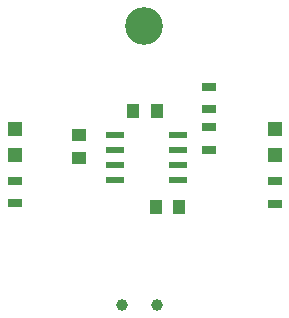
<source format=gbr>
G04 #@! TF.GenerationSoftware,KiCad,Pcbnew,(5.0.0)*
G04 #@! TF.CreationDate,2018-09-15T12:16:20+02:00*
G04 #@! TF.ProjectId,Blinky,426C696E6B792E6B696361645F706362,rev?*
G04 #@! TF.SameCoordinates,Original*
G04 #@! TF.FileFunction,Soldermask,Top*
G04 #@! TF.FilePolarity,Negative*
%FSLAX46Y46*%
G04 Gerber Fmt 4.6, Leading zero omitted, Abs format (unit mm)*
G04 Created by KiCad (PCBNEW (5.0.0)) date 09/15/18 12:16:20*
%MOMM*%
%LPD*%
G01*
G04 APERTURE LIST*
%ADD10R,1.000000X1.250000*%
%ADD11R,1.200000X1.200000*%
%ADD12R,1.300000X0.700000*%
%ADD13R,1.550000X0.600000*%
%ADD14C,1.000000*%
%ADD15R,1.250000X1.000000*%
%ADD16C,3.200000*%
G04 APERTURE END LIST*
D10*
G04 #@! TO.C,C1*
X70374000Y-93726000D03*
X72374000Y-93726000D03*
G04 #@! TD*
G04 #@! TO.C,C2*
X70469000Y-85598000D03*
X68469000Y-85598000D03*
G04 #@! TD*
D11*
G04 #@! TO.C,D1*
X80455000Y-87107000D03*
X80455000Y-89307000D03*
G04 #@! TD*
G04 #@! TO.C,D2*
X58420000Y-89365000D03*
X58420000Y-87165000D03*
G04 #@! TD*
D12*
G04 #@! TO.C,R1*
X74861000Y-85469000D03*
X74861000Y-83569000D03*
G04 #@! TD*
G04 #@! TO.C,R2*
X80455001Y-91575000D03*
X80455001Y-93475000D03*
G04 #@! TD*
G04 #@! TO.C,R3*
X74861000Y-86998000D03*
X74861000Y-88898000D03*
G04 #@! TD*
G04 #@! TO.C,R4*
X58420000Y-93406000D03*
X58420000Y-91506000D03*
G04 #@! TD*
D13*
G04 #@! TO.C,U1*
X72296000Y-87630000D03*
X72296000Y-88900000D03*
X72296000Y-90170000D03*
X72296000Y-91440000D03*
X66896000Y-91440000D03*
X66896000Y-90170000D03*
X66896000Y-88900000D03*
X66896000Y-87630000D03*
G04 #@! TD*
D14*
G04 #@! TO.C,SW1*
X67500000Y-102000000D03*
X70500000Y-102000000D03*
G04 #@! TD*
D15*
G04 #@! TO.C,C3*
X63875000Y-87625000D03*
X63875000Y-89625000D03*
G04 #@! TD*
D16*
G04 #@! TO.C,REF\002A\002A*
X69375000Y-78450000D03*
G04 #@! TD*
M02*

</source>
